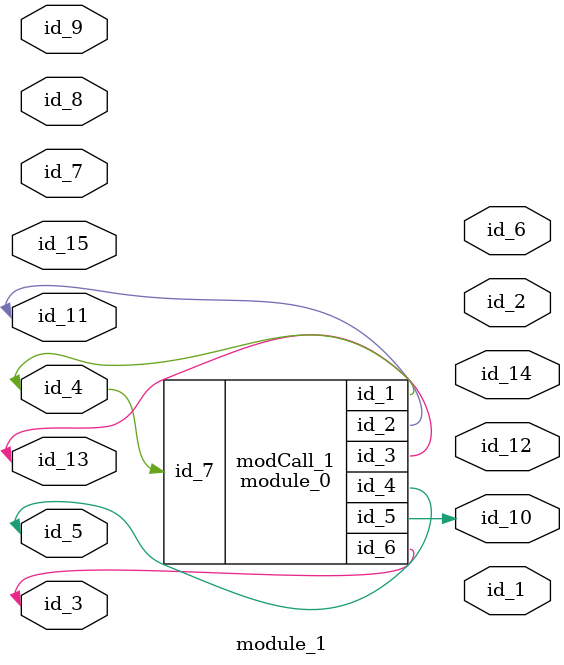
<source format=v>
module module_0 (
    id_1,
    id_2,
    id_3,
    id_4,
    id_5,
    id_6,
    id_7
);
  input wire id_7;
  output wire id_6;
  output wire id_5;
  output wire id_4;
  inout wire id_3;
  output wire id_2;
  output wire id_1;
endmodule
module module_1 (
    id_1,
    id_2,
    id_3,
    id_4,
    id_5,
    id_6,
    id_7,
    id_8,
    id_9,
    id_10,
    id_11,
    id_12,
    id_13,
    id_14,
    id_15
);
  inout wire id_15;
  output wire id_14;
  inout wire id_13;
  output wire id_12;
  inout wire id_11;
  output wire id_10;
  input wire id_9;
  input wire id_8;
  inout wire id_7;
  output wire id_6;
  inout wire id_5;
  inout wire id_4;
  inout wire id_3;
  output wire id_2;
  output wire id_1;
  specify
    (  negedge  id_16  =>  (  id_17  +:  1  )  )  =  (  id_11  :  -1 'b0 :  1  ,  id_16  : $realtime : $realtime == $realtime )  ;
    (id_18 - => id_19) = ($realtime : id_4  : $realtime, id_16  : 1'b0 : -1);
  endspecify
  module_0 modCall_1 (
      id_4,
      id_11,
      id_13,
      id_5,
      id_10,
      id_3,
      id_4
  );
endmodule

</source>
